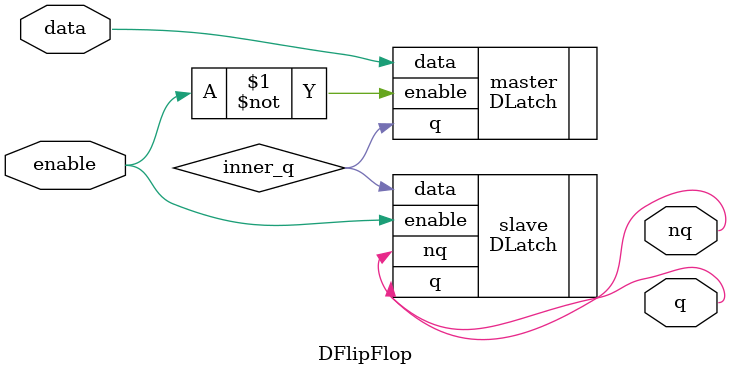
<source format=v>
`timescale 10ps/1ps
module DFlipFlop (
    input data, enable,
    output q, nq
);
    wire inner_q;
    DLatch master(.data(data), .enable(~enable), .q(inner_q));
    DLatch slave(.data(inner_q), .enable(enable), .q(q), .nq(nq));
endmodule
</source>
